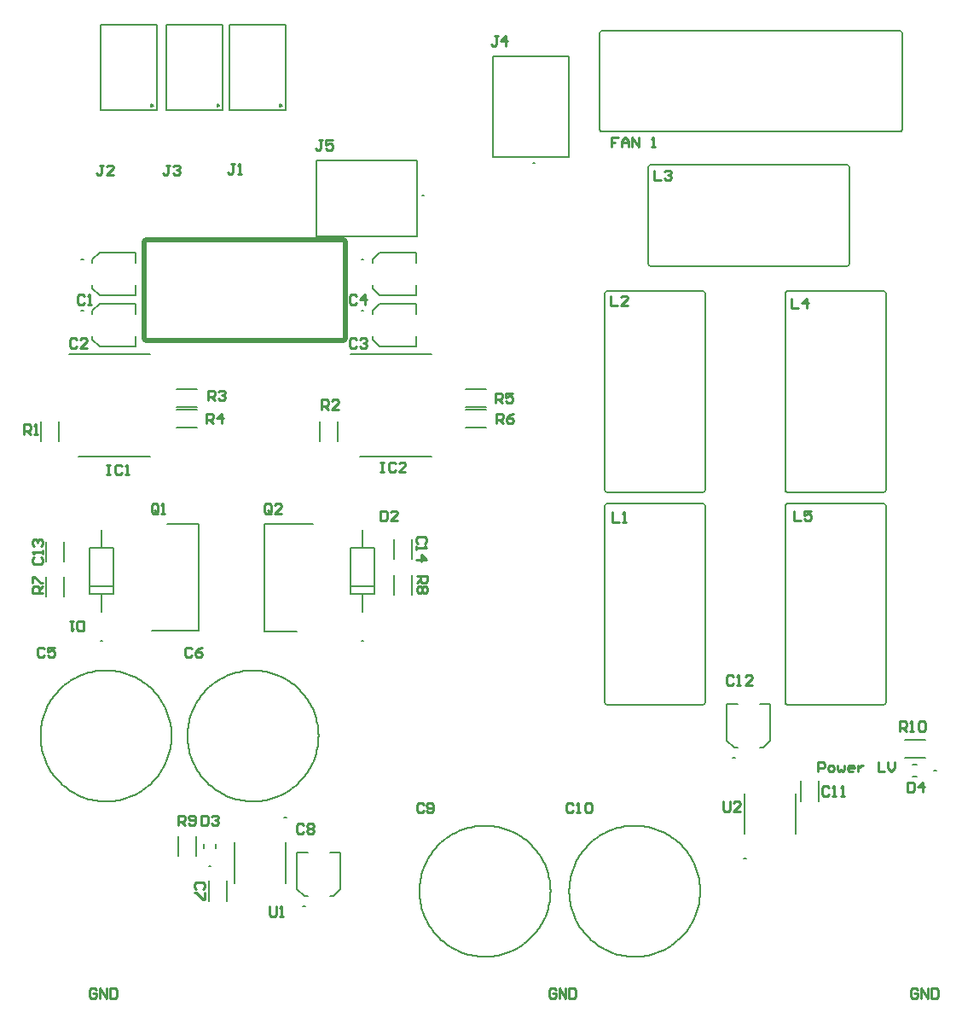
<source format=gto>
G04*
G04 #@! TF.GenerationSoftware,Altium Limited,Altium Designer,23.8.1 (32)*
G04*
G04 Layer_Color=65535*
%FSLAX25Y25*%
%MOIN*%
G70*
G04*
G04 #@! TF.SameCoordinates,F96B85ED-F025-470D-A382-F87F92A237BF*
G04*
G04*
G04 #@! TF.FilePolarity,Positive*
G04*
G01*
G75*
%ADD10C,0.00709*%
%ADD11C,0.01968*%
%ADD12C,0.00787*%
%ADD13C,0.00500*%
%ADD14C,0.01000*%
D10*
X330890Y538370D02*
X330183Y538077D01*
X329890Y537370D01*
X448000D02*
X447707Y538077D01*
X447000Y538370D01*
X329890Y500000D02*
X330183Y499293D01*
X330890Y499000D01*
X447000D02*
X447707Y499293D01*
X448000Y500000D01*
X371130Y352870D02*
X370837Y353577D01*
X370130Y353870D01*
Y275130D02*
X370837Y275423D01*
X371130Y276130D01*
X332760Y353870D02*
X332053Y353577D01*
X331760Y352870D01*
Y276130D02*
X332053Y275423D01*
X332760Y275130D01*
X349630Y486000D02*
X348923Y485707D01*
X348630Y485000D01*
X427370D02*
X427077Y485707D01*
X426370Y486000D01*
X348630Y447630D02*
X348923Y446923D01*
X349630Y446630D01*
X426370D02*
X427077Y446923D01*
X427370Y447630D01*
X371130Y435870D02*
X370837Y436577D01*
X370130Y436870D01*
Y358130D02*
X370837Y358423D01*
X371130Y359130D01*
X332760Y436870D02*
X332053Y436577D01*
X331760Y435870D01*
Y359130D02*
X332053Y358423D01*
X332760Y358130D01*
X441630Y435870D02*
X441337Y436577D01*
X440630Y436870D01*
Y358130D02*
X441337Y358423D01*
X441630Y359130D01*
X403260Y436870D02*
X402553Y436577D01*
X402260Y435870D01*
Y359130D02*
X402553Y358423D01*
X403260Y358130D01*
X441630Y352870D02*
X441337Y353577D01*
X440630Y353870D01*
Y275130D02*
X441337Y275423D01*
X441630Y276130D01*
X403260Y353870D02*
X402553Y353577D01*
X402260Y352870D01*
Y276130D02*
X402553Y275423D01*
X403260Y275130D01*
X448000Y500000D02*
Y537370D01*
X329890Y500000D02*
Y537370D01*
X330890Y538370D02*
X447000D01*
X330890Y499000D02*
X447000D01*
X332760Y275130D02*
X370130D01*
X332760Y353870D02*
X370130D01*
X371130Y276130D02*
Y352870D01*
X331760Y276130D02*
Y352870D01*
X427370Y447630D02*
Y485000D01*
X348630Y447630D02*
Y485000D01*
X349630Y486000D02*
X426370D01*
X349630Y446630D02*
X426370D01*
X332760Y358130D02*
X370130D01*
X332760Y436870D02*
X370130D01*
X371130Y359130D02*
Y435870D01*
X331760Y359130D02*
Y435870D01*
X403260Y358130D02*
X440630D01*
X403260Y436870D02*
X440630D01*
X441630Y359130D02*
Y435870D01*
X402260Y359130D02*
Y435870D01*
X403260Y275130D02*
X440630D01*
X403260Y353870D02*
X440630D01*
X441630Y276130D02*
Y352870D01*
X402260Y276130D02*
Y352870D01*
D11*
X230500Y455870D02*
X230207Y456577D01*
X229500Y456870D01*
Y417500D02*
X230207Y417793D01*
X230500Y418500D01*
X152760Y456870D02*
X152053Y456577D01*
X151760Y455870D01*
Y418500D02*
X152053Y417793D01*
X152760Y417500D01*
X229500D01*
X152760Y456870D02*
X229500D01*
X230500Y418500D02*
Y455870D01*
X151760Y418500D02*
Y455870D01*
D12*
X304394Y486795D02*
X303606D01*
X304394D01*
X261098Y474000D02*
X260311D01*
X261098D01*
X387032Y215244D02*
X386244D01*
X387032D01*
X177894Y212126D02*
X177106D01*
X177894D01*
X461268Y249500D02*
X460480D01*
X461268D01*
X207256Y231000D02*
X206469D01*
X207256D01*
X369091Y202343D02*
X369071Y203341D01*
X369013Y204338D01*
X368915Y205332D01*
X368779Y206321D01*
X368605Y207304D01*
X368392Y208280D01*
X368142Y209247D01*
X367853Y210203D01*
X367528Y211147D01*
X367166Y212078D01*
X366769Y212994D01*
X366335Y213894D01*
X365867Y214776D01*
X365365Y215639D01*
X364830Y216482D01*
X364262Y217303D01*
X363662Y218102D01*
X363032Y218877D01*
X362372Y219626D01*
X361683Y220349D01*
X360967Y221045D01*
X360224Y221712D01*
X359455Y222350D01*
X358663Y222957D01*
X357847Y223533D01*
X357009Y224077D01*
X356151Y224587D01*
X355273Y225064D01*
X354378Y225506D01*
X353466Y225913D01*
X352539Y226284D01*
X351598Y226618D01*
X350644Y226916D01*
X349680Y227176D01*
X348707Y227398D01*
X347725Y227582D01*
X346737Y227728D01*
X345744Y227835D01*
X344748Y227903D01*
X343750Y227932D01*
X342751Y227922D01*
X341754Y227873D01*
X340759Y227786D01*
X339768Y227660D01*
X338783Y227495D01*
X337806Y227291D01*
X336837Y227050D01*
X335878Y226771D01*
X334930Y226455D01*
X333996Y226103D01*
X333076Y225714D01*
X332172Y225289D01*
X331286Y224830D01*
X330417Y224336D01*
X329569Y223809D01*
X328743Y223249D01*
X327938Y222657D01*
X327157Y222035D01*
X326401Y221382D01*
X325672Y220701D01*
X324969Y219991D01*
X324294Y219255D01*
X323649Y218492D01*
X323034Y217706D01*
X322450Y216895D01*
X321899Y216063D01*
X321380Y215210D01*
X320895Y214337D01*
X320444Y213446D01*
X320028Y212538D01*
X319648Y211614D01*
X319305Y210677D01*
X318998Y209726D01*
X318728Y208765D01*
X318497Y207793D01*
X318303Y206814D01*
X318148Y205827D01*
X318031Y204835D01*
X317953Y203840D01*
X317914Y202842D01*
Y201843D01*
X317953Y200845D01*
X318031Y199850D01*
X318148Y198858D01*
X318303Y197871D01*
X318497Y196892D01*
X318728Y195921D01*
X318998Y194959D01*
X319304Y194009D01*
X319648Y193071D01*
X320028Y192147D01*
X320444Y191239D01*
X320894Y190348D01*
X321380Y189475D01*
X321899Y188622D01*
X322450Y187790D01*
X323034Y186979D01*
X323649Y186193D01*
X324294Y185431D01*
X324969Y184694D01*
X325671Y183984D01*
X326401Y183303D01*
X327157Y182650D01*
X327938Y182028D01*
X328742Y181436D01*
X329569Y180876D01*
X330417Y180349D01*
X331286Y179855D01*
X332172Y179396D01*
X333076Y178971D01*
X333996Y178582D01*
X334930Y178230D01*
X335877Y177914D01*
X336836Y177635D01*
X337806Y177394D01*
X338783Y177190D01*
X339768Y177025D01*
X340759Y176899D01*
X341754Y176812D01*
X342751Y176763D01*
X343750Y176753D01*
X344748Y176782D01*
X345744Y176850D01*
X346737Y176957D01*
X347725Y177103D01*
X348707Y177287D01*
X349680Y177509D01*
X350644Y177769D01*
X351597Y178067D01*
X352538Y178401D01*
X353466Y178772D01*
X354378Y179179D01*
X355273Y179621D01*
X356151Y180098D01*
X357009Y180608D01*
X357847Y181152D01*
X358663Y181728D01*
X359455Y182335D01*
X360224Y182973D01*
X360967Y183640D01*
X361683Y184336D01*
X362372Y185059D01*
X363032Y185808D01*
X363662Y186583D01*
X364262Y187382D01*
X364830Y188203D01*
X365365Y189046D01*
X365867Y189909D01*
X366335Y190791D01*
X366769Y191691D01*
X367166Y192607D01*
X367528Y193538D01*
X367853Y194482D01*
X368142Y195438D01*
X368392Y196405D01*
X368605Y197380D01*
X368779Y198364D01*
X368915Y199353D01*
X369013Y200347D01*
X369071Y201344D01*
X369091Y202342D01*
X310591Y202343D02*
X310571Y203341D01*
X310513Y204338D01*
X310415Y205332D01*
X310279Y206321D01*
X310105Y207304D01*
X309892Y208280D01*
X309642Y209247D01*
X309353Y210203D01*
X309028Y211147D01*
X308666Y212078D01*
X308268Y212994D01*
X307835Y213894D01*
X307367Y214776D01*
X306865Y215639D01*
X306330Y216482D01*
X305762Y217303D01*
X305162Y218102D01*
X304532Y218877D01*
X303872Y219626D01*
X303183Y220349D01*
X302467Y221045D01*
X301724Y221712D01*
X300956Y222350D01*
X300163Y222957D01*
X299347Y223533D01*
X298509Y224077D01*
X297651Y224587D01*
X296773Y225064D01*
X295878Y225506D01*
X294966Y225913D01*
X294039Y226284D01*
X293098Y226618D01*
X292144Y226916D01*
X291180Y227176D01*
X290207Y227398D01*
X289225Y227582D01*
X288237Y227728D01*
X287244Y227835D01*
X286248Y227903D01*
X285250Y227932D01*
X284251Y227922D01*
X283254Y227873D01*
X282259Y227786D01*
X281268Y227660D01*
X280283Y227495D01*
X279306Y227291D01*
X278337Y227050D01*
X277378Y226771D01*
X276430Y226455D01*
X275496Y226103D01*
X274576Y225714D01*
X273672Y225289D01*
X272786Y224830D01*
X271918Y224336D01*
X271069Y223809D01*
X270243Y223249D01*
X269438Y222657D01*
X268657Y222035D01*
X267901Y221382D01*
X267172Y220701D01*
X266469Y219991D01*
X265794Y219255D01*
X265149Y218492D01*
X264534Y217706D01*
X263950Y216895D01*
X263399Y216063D01*
X262880Y215210D01*
X262394Y214337D01*
X261944Y213446D01*
X261528Y212538D01*
X261148Y211614D01*
X260805Y210677D01*
X260498Y209726D01*
X260228Y208765D01*
X259997Y207793D01*
X259803Y206814D01*
X259648Y205827D01*
X259531Y204835D01*
X259453Y203840D01*
X259414Y202842D01*
Y201843D01*
X259453Y200845D01*
X259531Y199850D01*
X259648Y198858D01*
X259803Y197871D01*
X259997Y196892D01*
X260228Y195921D01*
X260498Y194959D01*
X260805Y194009D01*
X261148Y193071D01*
X261528Y192147D01*
X261944Y191239D01*
X262394Y190348D01*
X262880Y189475D01*
X263399Y188622D01*
X263950Y187790D01*
X264534Y186979D01*
X265149Y186193D01*
X265794Y185431D01*
X266469Y184694D01*
X267171Y183984D01*
X267901Y183303D01*
X268657Y182650D01*
X269438Y182028D01*
X270242Y181436D01*
X271069Y180876D01*
X271918Y180349D01*
X272785Y179855D01*
X273672Y179396D01*
X274576Y178971D01*
X275496Y178582D01*
X276430Y178230D01*
X277378Y177914D01*
X278336Y177635D01*
X279306Y177394D01*
X280283Y177190D01*
X281268Y177025D01*
X282259Y176899D01*
X283254Y176812D01*
X284251Y176763D01*
X285250Y176753D01*
X286248Y176782D01*
X287244Y176850D01*
X288237Y176957D01*
X289225Y177103D01*
X290207Y177287D01*
X291180Y177509D01*
X292144Y177769D01*
X293097Y178067D01*
X294039Y178401D01*
X294966Y178772D01*
X295878Y179179D01*
X296773Y179621D01*
X297651Y180098D01*
X298509Y180608D01*
X299347Y181152D01*
X300163Y181728D01*
X300955Y182335D01*
X301724Y182973D01*
X302467Y183640D01*
X303183Y184336D01*
X303872Y185059D01*
X304532Y185808D01*
X305162Y186583D01*
X305762Y187382D01*
X306330Y188203D01*
X306865Y189046D01*
X307367Y189909D01*
X307835Y190791D01*
X308268Y191691D01*
X308666Y192607D01*
X309028Y193538D01*
X309353Y194482D01*
X309642Y195438D01*
X309892Y196405D01*
X310105Y197380D01*
X310279Y198364D01*
X310415Y199353D01*
X310513Y200347D01*
X310571Y201344D01*
X310591Y202342D01*
X219933Y263000D02*
X219914Y263998D01*
X219855Y264995D01*
X219758Y265989D01*
X219622Y266979D01*
X219447Y267962D01*
X219235Y268938D01*
X218984Y269904D01*
X218696Y270860D01*
X218371Y271805D01*
X218009Y272735D01*
X217611Y273651D01*
X217178Y274551D01*
X216710Y275433D01*
X216208Y276296D01*
X215672Y277139D01*
X215104Y277961D01*
X214505Y278760D01*
X213875Y279534D01*
X213214Y280284D01*
X212526Y281007D01*
X211809Y281702D01*
X211066Y282370D01*
X210298Y283008D01*
X209505Y283615D01*
X208689Y284191D01*
X207852Y284734D01*
X206993Y285245D01*
X206116Y285721D01*
X205220Y286163D01*
X204308Y286570D01*
X203381Y286941D01*
X202440Y287276D01*
X201487Y287573D01*
X200523Y287833D01*
X199549Y288055D01*
X198568Y288239D01*
X197580Y288385D01*
X196587Y288492D01*
X195590Y288560D01*
X194592Y288589D01*
X193594Y288580D01*
X192596Y288531D01*
X191601Y288443D01*
X190611Y288317D01*
X189626Y288152D01*
X188648Y287949D01*
X187679Y287708D01*
X186720Y287429D01*
X185773Y287113D01*
X184838Y286760D01*
X183919Y286371D01*
X183015Y285947D01*
X182128Y285487D01*
X181260Y284994D01*
X180412Y284467D01*
X179585Y283907D01*
X178780Y283315D01*
X178000Y282692D01*
X177244Y282040D01*
X176514Y281358D01*
X175811Y280649D01*
X175137Y279912D01*
X174492Y279150D01*
X173877Y278363D01*
X173293Y277553D01*
X172741Y276721D01*
X172222Y275867D01*
X171737Y274994D01*
X171286Y274103D01*
X170871Y273195D01*
X170491Y272272D01*
X170147Y271334D01*
X169840Y270384D01*
X169571Y269422D01*
X169339Y268451D01*
X169146Y267471D01*
X168990Y266485D01*
X168874Y265493D01*
X168796Y264497D01*
X168757Y263499D01*
Y262501D01*
X168796Y261503D01*
X168874Y260507D01*
X168990Y259516D01*
X169146Y258529D01*
X169339Y257549D01*
X169571Y256578D01*
X169840Y255616D01*
X170147Y254666D01*
X170491Y253728D01*
X170871Y252805D01*
X171286Y251897D01*
X171737Y251006D01*
X172222Y250133D01*
X172741Y249279D01*
X173293Y248447D01*
X173877Y247637D01*
X174492Y246850D01*
X175137Y246088D01*
X175811Y245352D01*
X176514Y244642D01*
X177244Y243960D01*
X178000Y243308D01*
X178780Y242685D01*
X179585Y242093D01*
X180412Y241533D01*
X181260Y241006D01*
X182128Y240513D01*
X183015Y240053D01*
X183919Y239629D01*
X184838Y239240D01*
X185773Y238887D01*
X186720Y238571D01*
X187679Y238292D01*
X188648Y238051D01*
X189626Y237848D01*
X190611Y237683D01*
X191601Y237557D01*
X192596Y237469D01*
X193594Y237420D01*
X194592Y237411D01*
X195590Y237440D01*
X196587Y237508D01*
X197580Y237615D01*
X198567Y237761D01*
X199549Y237945D01*
X200523Y238167D01*
X201487Y238427D01*
X202440Y238724D01*
X203381Y239059D01*
X204308Y239430D01*
X205220Y239836D01*
X206116Y240279D01*
X206993Y240755D01*
X207852Y241266D01*
X208689Y241809D01*
X209505Y242385D01*
X210298Y242992D01*
X211066Y243630D01*
X211809Y244297D01*
X212526Y244993D01*
X213214Y245716D01*
X213874Y246466D01*
X214505Y247240D01*
X215104Y248039D01*
X215672Y248861D01*
X216208Y249704D01*
X216710Y250567D01*
X217178Y251449D01*
X217611Y252349D01*
X218009Y253264D01*
X218371Y254195D01*
X218696Y255139D01*
X218984Y256096D01*
X219235Y257062D01*
X219447Y258038D01*
X219622Y259021D01*
X219758Y260011D01*
X219855Y261004D01*
X219914Y262001D01*
X219933Y263000D01*
X162433Y263000D02*
X162414Y263998D01*
X162355Y264995D01*
X162258Y265989D01*
X162122Y266979D01*
X161947Y267962D01*
X161735Y268938D01*
X161484Y269904D01*
X161196Y270860D01*
X160871Y271805D01*
X160509Y272735D01*
X160111Y273651D01*
X159678Y274551D01*
X159210Y275433D01*
X158708Y276296D01*
X158172Y277139D01*
X157604Y277961D01*
X157005Y278760D01*
X156375Y279534D01*
X155714Y280284D01*
X155026Y281007D01*
X154309Y281702D01*
X153566Y282370D01*
X152798Y283008D01*
X152005Y283615D01*
X151189Y284191D01*
X150352Y284734D01*
X149493Y285245D01*
X148616Y285721D01*
X147720Y286163D01*
X146808Y286570D01*
X145881Y286941D01*
X144940Y287276D01*
X143987Y287573D01*
X143023Y287833D01*
X142049Y288055D01*
X141068Y288239D01*
X140080Y288385D01*
X139087Y288492D01*
X138090Y288560D01*
X137092Y288589D01*
X136094Y288580D01*
X135096Y288531D01*
X134101Y288443D01*
X133111Y288317D01*
X132126Y288152D01*
X131148Y287949D01*
X130179Y287708D01*
X129220Y287429D01*
X128273Y287113D01*
X127339Y286760D01*
X126419Y286371D01*
X125515Y285947D01*
X124628Y285487D01*
X123760Y284994D01*
X122912Y284467D01*
X122085Y283907D01*
X121281Y283315D01*
X120500Y282692D01*
X119744Y282040D01*
X119014Y281358D01*
X118311Y280649D01*
X117637Y279912D01*
X116992Y279150D01*
X116377Y278363D01*
X115793Y277553D01*
X115241Y276721D01*
X114722Y275867D01*
X114237Y274994D01*
X113786Y274103D01*
X113371Y273195D01*
X112991Y272272D01*
X112647Y271334D01*
X112340Y270384D01*
X112071Y269422D01*
X111839Y268451D01*
X111646Y267471D01*
X111490Y266485D01*
X111374Y265493D01*
X111296Y264497D01*
X111257Y263499D01*
Y262501D01*
X111296Y261503D01*
X111374Y260507D01*
X111490Y259516D01*
X111646Y258529D01*
X111839Y257549D01*
X112071Y256578D01*
X112340Y255616D01*
X112647Y254666D01*
X112991Y253728D01*
X113371Y252805D01*
X113786Y251897D01*
X114237Y251006D01*
X114722Y250133D01*
X115241Y249279D01*
X115793Y248447D01*
X116377Y247637D01*
X116992Y246850D01*
X117637Y246088D01*
X118311Y245352D01*
X119014Y244642D01*
X119744Y243960D01*
X120500Y243308D01*
X121280Y242685D01*
X122085Y242093D01*
X122912Y241533D01*
X123760Y241006D01*
X124628Y240513D01*
X125515Y240053D01*
X126419Y239629D01*
X127338Y239240D01*
X128273Y238887D01*
X129220Y238571D01*
X130179Y238292D01*
X131148Y238051D01*
X132126Y237848D01*
X133111Y237683D01*
X134101Y237557D01*
X135096Y237469D01*
X136093Y237420D01*
X137092Y237411D01*
X138090Y237440D01*
X139087Y237508D01*
X140079Y237615D01*
X141068Y237761D01*
X142049Y237945D01*
X143023Y238167D01*
X143987Y238427D01*
X144940Y238724D01*
X145881Y239059D01*
X146808Y239430D01*
X147720Y239836D01*
X148616Y240279D01*
X149493Y240755D01*
X150352Y241266D01*
X151189Y241809D01*
X152005Y242385D01*
X152798Y242992D01*
X153566Y243630D01*
X154309Y244297D01*
X155026Y244993D01*
X155714Y245716D01*
X156374Y246466D01*
X157005Y247240D01*
X157604Y248039D01*
X158172Y248861D01*
X158707Y249704D01*
X159210Y250567D01*
X159678Y251449D01*
X160111Y252349D01*
X160509Y253264D01*
X160871Y254195D01*
X161196Y255139D01*
X161484Y256096D01*
X161735Y257062D01*
X161947Y258038D01*
X162122Y259021D01*
X162258Y260011D01*
X162355Y261004D01*
X162414Y262001D01*
X162433Y263000D01*
X127992Y429209D02*
X127205D01*
X127992D01*
Y449209D02*
X127205D01*
X127992D01*
X237492Y429209D02*
X236705D01*
X237492D01*
Y449209D02*
X236705D01*
X237492D01*
X135394Y300039D02*
X134606D01*
X135394D01*
X237394D02*
X236606D01*
X237394D01*
X214685Y196598D02*
X213898D01*
X214685D01*
X382685Y254488D02*
X381898D01*
X382685D01*
X175138Y219213D02*
Y220787D01*
X179862Y219213D02*
Y220787D01*
X452213Y247138D02*
X453787D01*
X452213Y251862D02*
X453787D01*
X236000Y372000D02*
X264000D01*
X232343Y412000D02*
X264000D01*
X126000Y372000D02*
X154000D01*
X122343Y412000D02*
X154000D01*
X198803Y303740D02*
X211500D01*
X198803D02*
Y345748D01*
X217819D01*
X160618D02*
X173197D01*
Y304252D02*
Y345748D01*
X154732Y304252D02*
X173197D01*
D13*
X205612Y509205D02*
X204777Y509687D01*
Y508722D01*
X205612Y509205D01*
X181108D02*
X180273Y509687D01*
Y508722D01*
X181108Y509205D01*
X155360D02*
X154525Y509687D01*
Y508722D01*
X155360Y509205D01*
X288252Y528528D02*
X317780D01*
Y489157D02*
Y528528D01*
X288252Y489157D02*
X317780D01*
X288252D02*
Y528528D01*
X218972Y458252D02*
Y487780D01*
X258343D01*
Y458252D02*
Y487780D01*
X218972Y458252D02*
X258343D01*
X415504Y237563D02*
Y245437D01*
X408496Y237563D02*
Y245437D01*
X406441Y224870D02*
Y240618D01*
X386559Y224870D02*
Y240618D01*
X277563Y398504D02*
X285437D01*
X277563Y391496D02*
X285437D01*
X277563Y390504D02*
X285437D01*
X277563Y383496D02*
X285437D01*
X164563Y398504D02*
X172437D01*
X164563Y391496D02*
X172437D01*
X164563Y390504D02*
X172437D01*
X164563Y383496D02*
X172437D01*
X184004Y198563D02*
Y206437D01*
X176996Y198563D02*
Y206437D01*
X164996Y216063D02*
Y223937D01*
X172004Y216063D02*
Y223937D01*
X187059Y205626D02*
Y221374D01*
X206941Y205626D02*
Y221374D01*
X148465Y415035D02*
Y419091D01*
Y427909D02*
Y431965D01*
X131535Y417791D02*
Y419091D01*
Y427909D02*
Y429209D01*
X134291Y431965D01*
X148465D01*
X134291Y415035D02*
X148465D01*
X131535Y417791D02*
X134291Y415035D01*
X148465Y435035D02*
Y439091D01*
Y447909D02*
Y451965D01*
X131535Y437791D02*
Y439091D01*
Y447909D02*
Y449209D01*
X134291Y451965D01*
X148465D01*
X134291Y435035D02*
X148465D01*
X131535Y437791D02*
X134291Y435035D01*
X257965Y415035D02*
Y419091D01*
Y427909D02*
Y431965D01*
X241035Y417791D02*
Y419091D01*
Y427909D02*
Y429209D01*
X243791Y431965D01*
X257965D01*
X243791Y415035D02*
X257965D01*
X241035Y417791D02*
X243791Y415035D01*
X257965Y435035D02*
Y439091D01*
Y447909D02*
Y451965D01*
X241035Y437791D02*
Y439091D01*
Y447909D02*
Y449209D01*
X243791Y451965D01*
X257965D01*
X243791Y435035D02*
X257965D01*
X241035Y437791D02*
X243791Y435035D01*
X220496Y378063D02*
Y385937D01*
X227504Y378063D02*
Y385937D01*
X111496Y378063D02*
Y385937D01*
X118504Y378063D02*
Y385937D01*
X135000Y311496D02*
Y318386D01*
Y336614D02*
Y343504D01*
X130325Y318386D02*
Y336614D01*
X135000D01*
X139675D01*
Y318386D02*
Y336614D01*
X135000Y318386D02*
X139675D01*
X130325D02*
X135000D01*
X130500Y321500D02*
X139500D01*
X237000Y311496D02*
Y318386D01*
Y336614D02*
Y343504D01*
X232325Y318386D02*
Y336614D01*
X237000D01*
X241675D01*
Y318386D02*
Y336614D01*
X237000Y318386D02*
X241675D01*
X232325D02*
X237000D01*
X232500Y321500D02*
X241500D01*
X120504Y331063D02*
Y338937D01*
X113496Y331063D02*
Y338937D01*
Y317382D02*
Y325256D01*
X120504Y317382D02*
Y325256D01*
X249496Y318063D02*
Y325937D01*
X256504Y318063D02*
Y325937D01*
Y332063D02*
Y339937D01*
X249496Y332063D02*
Y339937D01*
X449063Y254496D02*
X456937D01*
X449063Y261504D02*
X456937D01*
X185016Y507354D02*
X206984D01*
X185016Y540819D02*
X206984D01*
X185016Y507354D02*
Y540819D01*
X206984Y507354D02*
Y540819D01*
X160512Y507354D02*
X182480D01*
X160512Y540819D02*
X182480D01*
X160512Y507354D02*
Y540819D01*
X182480Y507354D02*
Y540819D01*
X134764Y507354D02*
X156732D01*
X134764Y540819D02*
X156732D01*
X134764Y507354D02*
Y540819D01*
X156732Y507354D02*
Y540819D01*
X225709Y200535D02*
X228465Y203291D01*
Y217465D01*
X211535Y203291D02*
Y217465D01*
Y203291D02*
X214291Y200535D01*
X215591D01*
X224409D02*
X225709D01*
X211535Y217465D02*
X215591D01*
X224409D02*
X228465D01*
X393709Y258425D02*
X396465Y261181D01*
Y275354D01*
X379535Y261181D02*
Y275354D01*
Y261181D02*
X382291Y258425D01*
X383591D01*
X392409D02*
X393709D01*
X379535Y275354D02*
X383591D01*
X392409D02*
X396465D01*
D14*
X289924Y536536D02*
X288612D01*
X289268D01*
Y533256D01*
X288612Y532600D01*
X287956D01*
X287300Y533256D01*
X293204Y532600D02*
Y536536D01*
X291236Y534568D01*
X293860D01*
X221524Y495836D02*
X220212D01*
X220868D01*
Y492556D01*
X220212Y491900D01*
X219556D01*
X218900Y492556D01*
X225460Y495836D02*
X222836D01*
Y493868D01*
X224148Y494524D01*
X224804D01*
X225460Y493868D01*
Y492556D01*
X224804Y491900D01*
X223492D01*
X222836Y492556D01*
X419360Y242812D02*
X418704Y243468D01*
X417392D01*
X416736Y242812D01*
Y240188D01*
X417392Y239532D01*
X418704D01*
X419360Y240188D01*
X420672Y239532D02*
X421984D01*
X421328D01*
Y243468D01*
X420672Y242812D01*
X423952Y239532D02*
X425264D01*
X424608D01*
Y243468D01*
X423952Y242812D01*
X312624Y163780D02*
X311968Y164436D01*
X310656D01*
X310000Y163780D01*
Y161156D01*
X310656Y160500D01*
X311968D01*
X312624Y161156D01*
Y162468D01*
X311312D01*
X313936Y160500D02*
Y164436D01*
X316560Y160500D01*
Y164436D01*
X317871D02*
Y160500D01*
X319839D01*
X320495Y161156D01*
Y163780D01*
X319839Y164436D01*
X317871D01*
X454124Y163780D02*
X453468Y164436D01*
X452156D01*
X451500Y163780D01*
Y161156D01*
X452156Y160500D01*
X453468D01*
X454124Y161156D01*
Y162468D01*
X452812D01*
X455436Y160500D02*
Y164436D01*
X458060Y160500D01*
Y164436D01*
X459372D02*
Y160500D01*
X461339D01*
X461995Y161156D01*
Y163780D01*
X461339Y164436D01*
X459372D01*
X133124Y163780D02*
X132468Y164436D01*
X131156D01*
X130500Y163780D01*
Y161156D01*
X131156Y160500D01*
X132468D01*
X133124Y161156D01*
Y162468D01*
X131812D01*
X134436Y160500D02*
Y164436D01*
X137060Y160500D01*
Y164436D01*
X138372D02*
Y160500D01*
X140339D01*
X140995Y161156D01*
Y163780D01*
X140339Y164436D01*
X138372D01*
X415000Y249000D02*
Y252936D01*
X416968D01*
X417624Y252280D01*
Y250968D01*
X416968Y250312D01*
X415000D01*
X419592Y249000D02*
X420904D01*
X421560Y249656D01*
Y250968D01*
X420904Y251624D01*
X419592D01*
X418936Y250968D01*
Y249656D01*
X419592Y249000D01*
X422871Y251624D02*
Y249656D01*
X423527Y249000D01*
X424183Y249656D01*
X424839Y249000D01*
X425495Y249656D01*
Y251624D01*
X428775Y249000D02*
X427463D01*
X426807Y249656D01*
Y250968D01*
X427463Y251624D01*
X428775D01*
X429431Y250968D01*
Y250312D01*
X426807D01*
X430743Y251624D02*
Y249000D01*
Y250312D01*
X431399Y250968D01*
X432055Y251624D01*
X432711D01*
X438614Y252936D02*
Y249000D01*
X441238D01*
X442550Y252936D02*
Y250312D01*
X443862Y249000D01*
X445174Y250312D01*
Y252936D01*
X337124Y496936D02*
X334500D01*
Y494968D01*
X335812D01*
X334500D01*
Y493000D01*
X338436D02*
Y495624D01*
X339748Y496936D01*
X341060Y495624D01*
Y493000D01*
Y494968D01*
X338436D01*
X342372Y493000D02*
Y496936D01*
X344995Y493000D01*
Y496936D01*
X350243Y493000D02*
X351555D01*
X350899D01*
Y496936D01*
X350243Y496280D01*
X447200Y264900D02*
Y268836D01*
X449168D01*
X449824Y268180D01*
Y266868D01*
X449168Y266212D01*
X447200D01*
X448512D02*
X449824Y264900D01*
X451136D02*
X452448D01*
X451792D01*
Y268836D01*
X451136Y268180D01*
X454416D02*
X455071Y268836D01*
X456383D01*
X457039Y268180D01*
Y265556D01*
X456383Y264900D01*
X455071D01*
X454416Y265556D01*
Y268180D01*
X165220Y228032D02*
Y231968D01*
X167188D01*
X167844Y231312D01*
Y230000D01*
X167188Y229344D01*
X165220D01*
X166532D02*
X167844Y228032D01*
X169156Y228688D02*
X169812Y228032D01*
X171124D01*
X171780Y228688D01*
Y231312D01*
X171124Y231968D01*
X169812D01*
X169156Y231312D01*
Y230656D01*
X169812Y230000D01*
X171780D01*
X258532Y325461D02*
X262468D01*
Y323493D01*
X261812Y322837D01*
X260500D01*
X259844Y323493D01*
Y325461D01*
Y324149D02*
X258532Y322837D01*
X261812Y321525D02*
X262468Y320869D01*
Y319557D01*
X261812Y318901D01*
X261156D01*
X260500Y319557D01*
X259844Y318901D01*
X259188D01*
X258532Y319557D01*
Y320869D01*
X259188Y321525D01*
X259844D01*
X260500Y320869D01*
X261156Y321525D01*
X261812D01*
X260500Y320869D02*
Y319557D01*
X111968Y318720D02*
X108032D01*
Y320688D01*
X108688Y321344D01*
X110000D01*
X110656Y320688D01*
Y318720D01*
Y320032D02*
X111968Y321344D01*
X108032Y322656D02*
Y325280D01*
X108688D01*
X111312Y322656D01*
X111968D01*
X450220Y244968D02*
Y241032D01*
X452188D01*
X452844Y241688D01*
Y244312D01*
X452188Y244968D01*
X450220D01*
X456124Y241032D02*
Y244968D01*
X454156Y243000D01*
X456780D01*
X174220Y231968D02*
Y228032D01*
X176188D01*
X176844Y228688D01*
Y231312D01*
X176188Y231968D01*
X174220D01*
X178156Y231312D02*
X178812Y231968D01*
X180124D01*
X180780Y231312D01*
Y230656D01*
X180124Y230000D01*
X179468D01*
X180124D01*
X180780Y229344D01*
Y228688D01*
X180124Y228032D01*
X178812D01*
X178156Y228688D01*
X244220Y350968D02*
Y347032D01*
X246188D01*
X246844Y347688D01*
Y350312D01*
X246188Y350968D01*
X244220D01*
X250780Y347032D02*
X248156D01*
X250780Y349656D01*
Y350312D01*
X250124Y350968D01*
X248812D01*
X248156Y350312D01*
X128124Y304032D02*
Y307968D01*
X126156D01*
X125500Y307312D01*
Y304688D01*
X126156Y304032D01*
X128124D01*
X124188Y307968D02*
X122876D01*
X123532D01*
Y304032D01*
X124188Y304688D01*
X261312Y338296D02*
X261968Y338952D01*
Y340264D01*
X261312Y340920D01*
X258688D01*
X258032Y340264D01*
Y338952D01*
X258688Y338296D01*
X258032Y336984D02*
Y335672D01*
Y336328D01*
X261968D01*
X261312Y336984D01*
X258032Y331736D02*
X261968D01*
X260000Y333704D01*
Y331080D01*
X108688Y332704D02*
X108032Y332048D01*
Y330736D01*
X108688Y330080D01*
X111312D01*
X111968Y330736D01*
Y332048D01*
X111312Y332704D01*
X111968Y334016D02*
Y335328D01*
Y334672D01*
X108032D01*
X108688Y334016D01*
Y337296D02*
X108032Y337952D01*
Y339264D01*
X108688Y339920D01*
X109344D01*
X110000Y339264D01*
Y338608D01*
Y339264D01*
X110656Y339920D01*
X111312D01*
X111968Y339264D01*
Y337952D01*
X111312Y337296D01*
X378220Y237468D02*
Y234188D01*
X378876Y233532D01*
X380188D01*
X380844Y234188D01*
Y237468D01*
X384780Y233532D02*
X382156D01*
X384780Y236156D01*
Y236812D01*
X384124Y237468D01*
X382812D01*
X382156Y236812D01*
X200876Y196468D02*
Y193188D01*
X201532Y192532D01*
X202844D01*
X203500Y193188D01*
Y196468D01*
X204812Y192532D02*
X206124D01*
X205468D01*
Y196468D01*
X204812Y195812D01*
X289401Y385032D02*
Y388968D01*
X291369D01*
X292025Y388312D01*
Y387000D01*
X291369Y386344D01*
X289401D01*
X290713D02*
X292025Y385032D01*
X295961Y388968D02*
X294649Y388312D01*
X293337Y387000D01*
Y385688D01*
X293993Y385032D01*
X295305D01*
X295961Y385688D01*
Y386344D01*
X295305Y387000D01*
X293337D01*
X289220Y393032D02*
Y396968D01*
X291188D01*
X291844Y396312D01*
Y395000D01*
X291188Y394344D01*
X289220D01*
X290532D02*
X291844Y393032D01*
X295780Y396968D02*
X293156D01*
Y395000D01*
X294468Y395656D01*
X295124D01*
X295780Y395000D01*
Y393688D01*
X295124Y393032D01*
X293812D01*
X293156Y393688D01*
X176220Y385032D02*
Y388968D01*
X178188D01*
X178844Y388312D01*
Y387000D01*
X178188Y386344D01*
X176220D01*
X177532D02*
X178844Y385032D01*
X182124D02*
Y388968D01*
X180156Y387000D01*
X182780D01*
X176720Y394032D02*
Y397968D01*
X178688D01*
X179344Y397312D01*
Y396000D01*
X178688Y395344D01*
X176720D01*
X178032D02*
X179344Y394032D01*
X180656Y397312D02*
X181312Y397968D01*
X182624D01*
X183280Y397312D01*
Y396656D01*
X182624Y396000D01*
X181968D01*
X182624D01*
X183280Y395344D01*
Y394688D01*
X182624Y394032D01*
X181312D01*
X180656Y394688D01*
X221220Y390532D02*
Y394468D01*
X223188D01*
X223844Y393812D01*
Y392500D01*
X223188Y391844D01*
X221220D01*
X222532D02*
X223844Y390532D01*
X227780D02*
X225156D01*
X227780Y393156D01*
Y393812D01*
X227124Y394468D01*
X225812D01*
X225156Y393812D01*
X104876Y380713D02*
Y384649D01*
X106844D01*
X107500Y383993D01*
Y382681D01*
X106844Y382025D01*
X104876D01*
X106188D02*
X107500Y380713D01*
X108812D02*
X110124D01*
X109468D01*
Y384649D01*
X108812Y383993D01*
X201324Y350456D02*
Y353080D01*
X200668Y353736D01*
X199356D01*
X198700Y353080D01*
Y350456D01*
X199356Y349800D01*
X200668D01*
X200012Y351112D02*
X201324Y349800D01*
X200668D02*
X201324Y350456D01*
X205260Y349800D02*
X202636D01*
X205260Y352424D01*
Y353080D01*
X204604Y353736D01*
X203292D01*
X202636Y353080D01*
X157224Y350456D02*
Y353080D01*
X156568Y353736D01*
X155256D01*
X154600Y353080D01*
Y350456D01*
X155256Y349800D01*
X156568D01*
X155912Y351112D02*
X157224Y349800D01*
X156568D02*
X157224Y350456D01*
X158536Y349800D02*
X159848D01*
X159192D01*
Y353736D01*
X158536Y353080D01*
X405720Y350968D02*
Y347032D01*
X408344D01*
X412280Y350968D02*
X409656D01*
Y349000D01*
X410968Y349656D01*
X411624D01*
X412280Y349000D01*
Y347688D01*
X411624Y347032D01*
X410312D01*
X409656Y347688D01*
X404720Y433968D02*
Y430032D01*
X407344D01*
X410624D02*
Y433968D01*
X408656Y432000D01*
X411280D01*
X351220Y483968D02*
Y480032D01*
X353844D01*
X355156Y483312D02*
X355812Y483968D01*
X357124D01*
X357780Y483312D01*
Y482656D01*
X357124Y482000D01*
X356468D01*
X357124D01*
X357780Y481344D01*
Y480688D01*
X357124Y480032D01*
X355812D01*
X355156Y480688D01*
X334220Y434968D02*
Y431032D01*
X336844D01*
X340780D02*
X338156D01*
X340780Y433656D01*
Y434312D01*
X340124Y434968D01*
X338812D01*
X338156Y434312D01*
X334876Y350468D02*
Y346532D01*
X337500D01*
X338812D02*
X340124D01*
X339468D01*
Y350468D01*
X338812Y349812D01*
X161844Y485968D02*
X160532D01*
X161188D01*
Y482688D01*
X160532Y482032D01*
X159876D01*
X159220Y482688D01*
X163156Y485312D02*
X163812Y485968D01*
X165124D01*
X165780Y485312D01*
Y484656D01*
X165124Y484000D01*
X164468D01*
X165124D01*
X165780Y483344D01*
Y482688D01*
X165124Y482032D01*
X163812D01*
X163156Y482688D01*
X135844Y485968D02*
X134532D01*
X135188D01*
Y482688D01*
X134532Y482032D01*
X133876D01*
X133220Y482688D01*
X139780Y482032D02*
X137156D01*
X139780Y484656D01*
Y485312D01*
X139124Y485968D01*
X137812D01*
X137156Y485312D01*
X187000Y486468D02*
X185688D01*
X186344D01*
Y483188D01*
X185688Y482532D01*
X185032D01*
X184376Y483188D01*
X188312Y482532D02*
X189624D01*
X188968D01*
Y486468D01*
X188312Y485812D01*
X244080Y369968D02*
X245392D01*
X244736D01*
Y366032D01*
X244080D01*
X245392D01*
X249984Y369312D02*
X249328Y369968D01*
X248016D01*
X247360Y369312D01*
Y366688D01*
X248016Y366032D01*
X249328D01*
X249984Y366688D01*
X253920Y366032D02*
X251296D01*
X253920Y368656D01*
Y369312D01*
X253264Y369968D01*
X251952D01*
X251296Y369312D01*
X137236Y368968D02*
X138548D01*
X137892D01*
Y365032D01*
X137236D01*
X138548D01*
X143140Y368312D02*
X142484Y368968D01*
X141172D01*
X140516Y368312D01*
Y365688D01*
X141172Y365032D01*
X142484D01*
X143140Y365688D01*
X144452Y365032D02*
X145764D01*
X145108D01*
Y368968D01*
X144452Y368312D01*
X382124Y286080D02*
X381468Y286736D01*
X380156D01*
X379500Y286080D01*
Y283456D01*
X380156Y282800D01*
X381468D01*
X382124Y283456D01*
X383436Y282800D02*
X384748D01*
X384092D01*
Y286736D01*
X383436Y286080D01*
X389339Y282800D02*
X386716D01*
X389339Y285424D01*
Y286080D01*
X388683Y286736D01*
X387371D01*
X386716Y286080D01*
X319424Y236280D02*
X318768Y236936D01*
X317456D01*
X316800Y236280D01*
Y233656D01*
X317456Y233000D01*
X318768D01*
X319424Y233656D01*
X320736Y233000D02*
X322048D01*
X321392D01*
Y236936D01*
X320736Y236280D01*
X324015D02*
X324672Y236936D01*
X325983D01*
X326639Y236280D01*
Y233656D01*
X325983Y233000D01*
X324672D01*
X324015Y233656D01*
Y236280D01*
X260924D02*
X260268Y236936D01*
X258956D01*
X258300Y236280D01*
Y233656D01*
X258956Y233000D01*
X260268D01*
X260924Y233656D01*
X262236D02*
X262892Y233000D01*
X264204D01*
X264860Y233656D01*
Y236280D01*
X264204Y236936D01*
X262892D01*
X262236Y236280D01*
Y235624D01*
X262892Y234968D01*
X264860D01*
X214124Y228180D02*
X213468Y228836D01*
X212156D01*
X211500Y228180D01*
Y225556D01*
X212156Y224900D01*
X213468D01*
X214124Y225556D01*
X215436Y228180D02*
X216092Y228836D01*
X217404D01*
X218060Y228180D01*
Y227524D01*
X217404Y226868D01*
X218060Y226212D01*
Y225556D01*
X217404Y224900D01*
X216092D01*
X215436Y225556D01*
Y226212D01*
X216092Y226868D01*
X215436Y227524D01*
Y228180D01*
X216092Y226868D02*
X217404D01*
X174812Y203156D02*
X175468Y203812D01*
Y205124D01*
X174812Y205780D01*
X172188D01*
X171532Y205124D01*
Y203812D01*
X172188Y203156D01*
X175468Y201844D02*
Y199220D01*
X174812D01*
X172188Y201844D01*
X171532D01*
X170324Y296980D02*
X169668Y297636D01*
X168356D01*
X167700Y296980D01*
Y294356D01*
X168356Y293700D01*
X169668D01*
X170324Y294356D01*
X174260Y297636D02*
X172948Y296980D01*
X171636Y295668D01*
Y294356D01*
X172292Y293700D01*
X173604D01*
X174260Y294356D01*
Y295012D01*
X173604Y295668D01*
X171636D01*
X112824Y296980D02*
X112168Y297636D01*
X110856D01*
X110200Y296980D01*
Y294356D01*
X110856Y293700D01*
X112168D01*
X112824Y294356D01*
X116760Y297636D02*
X114136D01*
Y295668D01*
X115448Y296324D01*
X116104D01*
X116760Y295668D01*
Y294356D01*
X116104Y293700D01*
X114792D01*
X114136Y294356D01*
X234844Y434812D02*
X234188Y435468D01*
X232876D01*
X232220Y434812D01*
Y432188D01*
X232876Y431532D01*
X234188D01*
X234844Y432188D01*
X238124Y431532D02*
Y435468D01*
X236156Y433500D01*
X238780D01*
X234844Y417812D02*
X234188Y418468D01*
X232876D01*
X232220Y417812D01*
Y415188D01*
X232876Y414532D01*
X234188D01*
X234844Y415188D01*
X236156Y417812D02*
X236812Y418468D01*
X238124D01*
X238780Y417812D01*
Y417156D01*
X238124Y416500D01*
X237468D01*
X238124D01*
X238780Y415844D01*
Y415188D01*
X238124Y414532D01*
X236812D01*
X236156Y415188D01*
X125344Y417812D02*
X124688Y418468D01*
X123376D01*
X122720Y417812D01*
Y415188D01*
X123376Y414532D01*
X124688D01*
X125344Y415188D01*
X129280Y414532D02*
X126656D01*
X129280Y417156D01*
Y417812D01*
X128624Y418468D01*
X127312D01*
X126656Y417812D01*
X128500Y434812D02*
X127844Y435468D01*
X126532D01*
X125876Y434812D01*
Y432188D01*
X126532Y431532D01*
X127844D01*
X128500Y432188D01*
X129812Y431532D02*
X131124D01*
X130468D01*
Y435468D01*
X129812Y434812D01*
M02*

</source>
